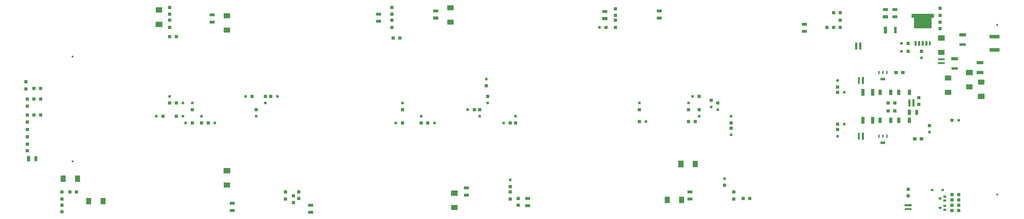
<source format=gtp>
*%FSLAX24Y24*%
*%MOIN*%
G01*
%ADD11C,0.0000*%
%ADD12C,0.0050*%
%ADD13C,0.0060*%
%ADD14C,0.0070*%
%ADD15C,0.0073*%
%ADD16C,0.0079*%
%ADD17C,0.0080*%
%ADD18C,0.0098*%
%ADD19C,0.0100*%
%ADD20C,0.0120*%
%ADD21C,0.0140*%
%ADD22C,0.0160*%
%ADD23C,0.0180*%
%ADD24C,0.0180*%
%ADD25C,0.0200*%
%ADD26C,0.0200*%
%ADD27C,0.0250*%
%ADD28C,0.0260*%
%ADD29C,0.0300*%
%ADD30C,0.0300*%
%ADD31C,0.0320*%
%ADD32C,0.0320*%
%ADD33C,0.0340*%
%ADD34C,0.0360*%
%ADD35C,0.0380*%
%ADD36C,0.0394*%
%ADD37C,0.0400*%
%ADD38C,0.0400*%
%ADD39C,0.0434*%
%ADD40C,0.0440*%
%ADD41C,0.0450*%
%ADD42C,0.0500*%
%ADD43C,0.0500*%
%ADD44C,0.0520*%
%ADD45C,0.0540*%
%ADD46C,0.0560*%
%ADD47O,0.0560X0.0850*%
%ADD48C,0.0580*%
%ADD49C,0.0600*%
%ADD50O,0.0600X0.0890*%
%ADD51C,0.0620*%
%ADD52C,0.0640*%
%ADD53C,0.0670*%
%ADD54C,0.0680*%
%ADD55C,0.0700*%
%ADD56C,0.0740*%
%ADD57C,0.0760*%
%ADD58C,0.0800*%
%ADD59C,0.0800*%
%ADD60C,0.0820*%
%ADD61C,0.0827*%
%ADD62C,0.0840*%
%ADD63C,0.0870*%
%ADD64C,0.0900*%
%ADD65C,0.1000*%
%ADD66C,0.1000*%
%ADD67C,0.1040*%
%ADD68C,0.1200*%
%ADD69C,0.1250*%
%ADD70C,0.1500*%
%ADD71C,0.1516*%
%ADD72C,0.1516*%
%ADD73C,0.2000*%
%ADD74C,0.2040*%
%ADD75C,0.2500*%
%ADD76R,0.0200X0.0200*%
%ADD77R,0.0200X0.0500*%
%ADD78R,0.0200X0.0650*%
%ADD79R,0.0200X0.1600*%
%ADD80R,0.0280X0.0600*%
%ADD81R,0.0300X0.0300*%
%ADD82R,0.0320X0.0640*%
%ADD83R,0.0350X0.0550*%
%ADD84R,0.0350X0.0800*%
%ADD85R,0.0360X0.0600*%
%ADD86R,0.0360X0.1300*%
%ADD87R,0.0400X0.0400*%
%ADD88R,0.0400X0.0640*%
%ADD89R,0.0400X0.1350*%
%ADD90R,0.0420X0.0850*%
%ADD91R,0.0440X0.1390*%
%ADD92R,0.0460X0.0890*%
%ADD93R,0.0500X0.0400*%
%ADD94R,0.0500X0.0500*%
%ADD95R,0.0500X0.0500*%
%ADD96R,0.0500X0.1200*%
%ADD97R,0.0540X0.0440*%
%ADD98R,0.0540X0.0540*%
%ADD99R,0.0540X0.0960*%
%ADD100R,0.0550X0.0650*%
%ADD101R,0.0551X0.0394*%
%ADD102R,0.0551X0.1417*%
%ADD103R,0.0560X0.0750*%
%ADD104R,0.0591X0.0984*%
%ADD105R,0.0591X0.0434*%
%ADD106R,0.0600X0.0600*%
%ADD107R,0.0600X0.0600*%
%ADD108R,0.0600X0.0790*%
%ADD109R,0.0600X0.1000*%
%ADD110R,0.0600X0.1250*%
%ADD111R,0.0631X0.1024*%
%ADD112R,0.0640X0.0640*%
%ADD113R,0.0640X0.1040*%
%ADD114R,0.0640X0.1290*%
%ADD115R,0.0700X0.0600*%
%ADD116R,0.0700X0.0700*%
%ADD117R,0.0700X0.0700*%
%ADD118R,0.0740X0.0640*%
%ADD119R,0.0740X0.0740*%
%ADD120R,0.0750X0.0750*%
%ADD121R,0.0790X0.0790*%
%ADD122R,0.0800X0.0800*%
%ADD123R,0.0800X0.0800*%
%ADD124R,0.0800X0.1250*%
%ADD125R,0.0840X0.0840*%
%ADD126R,0.0850X0.0500*%
%ADD127R,0.0890X0.0540*%
%ADD128R,0.0960X0.0540*%
%ADD129R,0.0960X0.1220*%
%ADD130R,0.1000X0.0600*%
%ADD131R,0.1000X0.1000*%
%ADD132R,0.1000X0.1250*%
%ADD133R,0.1040X0.0640*%
%ADD134R,0.1040X0.1040*%
%ADD135R,0.1040X0.1290*%
%ADD136R,0.1102X0.0394*%
%ADD137R,0.1200X0.0500*%
%ADD138R,0.1200X0.0950*%
%ADD139R,0.1200X0.1000*%
%ADD140R,0.1220X0.0960*%
%ADD141R,0.1250X0.0600*%
%ADD142R,0.1250X0.1000*%
%ADD143R,0.1290X0.0640*%
%ADD144R,0.1290X0.1040*%
%ADD145R,0.1300X0.0360*%
%ADD146R,0.1350X0.0400*%
%ADD147R,0.1390X0.0440*%
%ADD148R,0.1500X0.1500*%
%ADD149R,0.1540X0.1540*%
%ADD150R,0.1600X0.1600*%
%ADD151R,0.1700X0.1700*%
%ADD152R,0.1800X0.1800*%
%ADD153R,0.1900X0.0700*%
%ADD154R,0.1900X0.1900*%
%ADD155R,0.2000X0.0750*%
%ADD156R,0.2000X0.2000*%
%ADD157R,0.2040X0.0790*%
%ADD158R,0.2100X0.2100*%
%ADD159R,0.2200X0.2200*%
%ADD160R,0.2300X0.2300*%
%ADD161R,0.2400X0.1800*%
%ADD162R,0.2500X0.2500*%
D36*
X233390Y93810D02*
D03*
Y61810D02*
D03*
X59640Y87810D02*
D03*
Y68060D02*
D03*
D80*
X211140Y72810D02*
D03*
X212640D02*
D03*
X211140Y84810D02*
D03*
X212640D02*
D03*
D81*
X211890Y84710D02*
Y84910D01*
Y72910D02*
Y72710D01*
D84*
X218065Y90310D02*
D03*
X218715D02*
D03*
X220065D02*
D03*
X220715D02*
D03*
X219395D02*
D03*
D86*
X207640Y89810D02*
D03*
X206890D02*
D03*
X207390Y72810D02*
D03*
X208140D02*
D03*
X207390Y83310D02*
D03*
X208140D02*
D03*
X216890Y79060D02*
D03*
X217640D02*
D03*
D89*
X207640Y89810D02*
D03*
X206890D02*
D03*
X208140Y72810D02*
D03*
Y83310D02*
D03*
X216890Y79060D02*
D03*
X217640D02*
D03*
D90*
X218050Y90310D02*
D03*
X218720D02*
D03*
X219390D02*
D03*
X220060D02*
D03*
D93*
X223140Y62660D02*
D03*
X221140D02*
D03*
D94*
X77890Y80310D02*
D03*
Y79060D02*
D03*
X75390Y76560D02*
D03*
X76640D02*
D03*
X83890Y75310D02*
D03*
Y76560D02*
D03*
X86390Y75310D02*
D03*
X85140D02*
D03*
X80890D02*
D03*
X82140D02*
D03*
X79140Y76560D02*
D03*
X80390D02*
D03*
X79140Y79060D02*
D03*
X80390D02*
D03*
X82140Y77810D02*
D03*
Y79060D02*
D03*
X137390Y83560D02*
D03*
Y82310D02*
D03*
X140640Y75310D02*
D03*
X141890D02*
D03*
X142890D02*
D03*
Y76560D02*
D03*
X137640Y80310D02*
D03*
Y79060D02*
D03*
X133890Y77810D02*
D03*
X135140D02*
D03*
X136140D02*
D03*
Y76560D02*
D03*
X127640Y75310D02*
D03*
X126390D02*
D03*
X125140D02*
D03*
Y76560D02*
D03*
X120390Y75310D02*
D03*
X121640D02*
D03*
Y77810D02*
D03*
Y79060D02*
D03*
X119640Y97060D02*
D03*
Y95810D02*
D03*
X121140Y91310D02*
D03*
X119890D02*
D03*
X161640Y96810D02*
D03*
Y95560D02*
D03*
X158640Y93310D02*
D03*
X159890D02*
D03*
X167390Y75560D02*
D03*
X166140D02*
D03*
Y77810D02*
D03*
Y79060D02*
D03*
X176140Y80310D02*
D03*
X177390D02*
D03*
X175390Y77810D02*
D03*
Y79060D02*
D03*
X176640Y75560D02*
D03*
X175390D02*
D03*
X177390Y77810D02*
D03*
Y76560D02*
D03*
X179640Y79560D02*
D03*
Y78310D02*
D03*
X180890Y77810D02*
D03*
Y79060D02*
D03*
X183390Y73060D02*
D03*
Y74310D02*
D03*
Y75310D02*
D03*
Y76560D02*
D03*
X203890Y96060D02*
D03*
X202640D02*
D03*
Y93310D02*
D03*
X201390D02*
D03*
X203390Y82060D02*
D03*
Y83310D02*
D03*
X204640Y81060D02*
D03*
X203390D02*
D03*
X204640Y75060D02*
D03*
X203390D02*
D03*
Y74060D02*
D03*
Y72810D02*
D03*
X226140Y75810D02*
D03*
X224890D02*
D03*
X220640Y73560D02*
D03*
Y74810D02*
D03*
X218640Y80060D02*
D03*
Y78810D02*
D03*
X212890Y77560D02*
D03*
X214140D02*
D03*
X212890Y79060D02*
D03*
X214140D02*
D03*
X215390Y88810D02*
D03*
X216640D02*
D03*
X215390Y90310D02*
D03*
X216640D02*
D03*
X219140Y88810D02*
D03*
Y87560D02*
D03*
X222640Y94310D02*
D03*
Y93060D02*
D03*
X226140Y59810D02*
D03*
X224890D02*
D03*
Y58810D02*
D03*
X226140D02*
D03*
X224890Y61810D02*
D03*
X226140D02*
D03*
X224890Y60810D02*
D03*
X226140D02*
D03*
X185640Y61060D02*
D03*
X186890D02*
D03*
X182140Y64810D02*
D03*
Y63560D02*
D03*
X143390Y61060D02*
D03*
Y59810D02*
D03*
X141890Y63310D02*
D03*
Y64560D02*
D03*
X102140Y61060D02*
D03*
Y62310D02*
D03*
X101140Y61560D02*
D03*
Y60310D02*
D03*
X94140Y77810D02*
D03*
Y76560D02*
D03*
X95890Y80310D02*
D03*
Y79060D02*
D03*
X98140Y80310D02*
D03*
X96890D02*
D03*
X92140D02*
D03*
X93390D02*
D03*
X79140Y91560D02*
D03*
X77890D02*
D03*
Y95810D02*
D03*
Y97060D02*
D03*
X57640Y59810D02*
D03*
Y58560D02*
D03*
X59140Y62310D02*
D03*
X60390D02*
D03*
X51140Y70060D02*
D03*
Y71310D02*
D03*
X53640Y81810D02*
D03*
X52390D02*
D03*
X53640Y79810D02*
D03*
X52390D02*
D03*
X53640Y76810D02*
D03*
X52390D02*
D03*
D96*
X212390Y92810D02*
D03*
X214240D02*
D03*
X208140Y75810D02*
D03*
X209990D02*
D03*
X208140Y81060D02*
D03*
X209990D02*
D03*
D99*
X218240Y77310D02*
D03*
X216890D02*
D03*
X52740Y68560D02*
D03*
X51390D02*
D03*
D101*
X223506Y60686D02*
D03*
X222640Y61060D02*
D03*
X223506Y61434D02*
D03*
Y58936D02*
D03*
X222640Y59310D02*
D03*
X223506Y59684D02*
D03*
D104*
X216890Y81060D02*
D03*
X214890D02*
D03*
X216890Y75810D02*
D03*
X214890D02*
D03*
X213390D02*
D03*
X211390D02*
D03*
X213390Y81060D02*
D03*
X211390D02*
D03*
D106*
X77890Y79060D02*
D03*
X76640Y76560D02*
D03*
X83890Y75310D02*
D03*
X85140D02*
D03*
X82140D02*
D03*
X79140Y76560D02*
D03*
Y79060D02*
D03*
X82140Y77810D02*
D03*
X137390Y82310D02*
D03*
X141890Y75310D02*
D03*
X142890D02*
D03*
X137640Y80310D02*
D03*
X135140Y77810D02*
D03*
X136140D02*
D03*
X126390Y75310D02*
D03*
X125140D02*
D03*
X121640D02*
D03*
Y77810D02*
D03*
X119640Y95810D02*
D03*
Y97060D02*
D03*
X119890Y91310D02*
D03*
X121140D02*
D03*
X119640Y94660D02*
D03*
Y93310D02*
D03*
X161640Y95560D02*
D03*
Y96810D02*
D03*
X159890Y93310D02*
D03*
X161640Y94660D02*
D03*
Y93310D02*
D03*
X166140Y75560D02*
D03*
Y77810D02*
D03*
X177390Y80310D02*
D03*
X175390Y77810D02*
D03*
Y75560D02*
D03*
X176640D02*
D03*
X177390Y77810D02*
D03*
X179640Y79560D02*
D03*
X180890Y79060D02*
D03*
X183390Y74310D02*
D03*
Y75310D02*
D03*
X202640Y96060D02*
D03*
X203890D02*
D03*
X201390Y93310D02*
D03*
X202640D02*
D03*
X203890Y94660D02*
D03*
Y93310D02*
D03*
X203390Y82060D02*
D03*
Y81060D02*
D03*
Y75060D02*
D03*
Y74060D02*
D03*
X224890Y75810D02*
D03*
X220640Y74810D02*
D03*
X218640Y78810D02*
D03*
Y80060D02*
D03*
X214140Y77560D02*
D03*
X212890D02*
D03*
X214140Y79060D02*
D03*
X212890D02*
D03*
X216640Y88810D02*
D03*
Y90310D02*
D03*
X219140Y88810D02*
D03*
X222640Y96910D02*
D03*
Y95560D02*
D03*
Y93060D02*
D03*
Y94310D02*
D03*
X224890Y59810D02*
D03*
X226140D02*
D03*
Y58810D02*
D03*
X224890D02*
D03*
X226140Y61810D02*
D03*
X224890D02*
D03*
X226140Y60810D02*
D03*
X224890D02*
D03*
X216640Y62810D02*
D03*
Y61560D02*
D03*
X186890Y61060D02*
D03*
X185640D02*
D03*
X183890Y60960D02*
D03*
Y62310D02*
D03*
X182140Y63560D02*
D03*
X143390Y59810D02*
D03*
Y61060D02*
D03*
X141890Y63310D02*
D03*
Y60960D02*
D03*
Y62310D02*
D03*
X102140D02*
D03*
Y61060D02*
D03*
X101140Y60310D02*
D03*
Y61560D02*
D03*
X99640Y60960D02*
D03*
Y62310D02*
D03*
X94140Y77810D02*
D03*
X95890Y80310D02*
D03*
X96890D02*
D03*
X93390D02*
D03*
X77890Y91560D02*
D03*
X79140D02*
D03*
X77890Y94660D02*
D03*
Y93310D02*
D03*
Y97060D02*
D03*
Y95810D02*
D03*
X57640Y58560D02*
D03*
Y59810D02*
D03*
X60390Y62310D02*
D03*
X59140D02*
D03*
X57640Y60960D02*
D03*
Y62310D02*
D03*
X51140Y71310D02*
D03*
Y70060D02*
D03*
Y72710D02*
D03*
Y74060D02*
D03*
X50890Y81710D02*
D03*
Y83060D02*
D03*
X52390Y81810D02*
D03*
X53640D02*
D03*
X51140Y78460D02*
D03*
Y79810D02*
D03*
X52390D02*
D03*
X53640D02*
D03*
X52390Y76810D02*
D03*
X53640D02*
D03*
X51140Y75460D02*
D03*
Y76810D02*
D03*
D109*
X216890Y77310D02*
D03*
X51390Y68560D02*
D03*
D110*
X212390Y92810D02*
D03*
X209990Y75810D02*
D03*
X208140D02*
D03*
X209990Y81060D02*
D03*
X208140D02*
D03*
D115*
X219140Y72310D02*
D03*
X217890D02*
D03*
X215640Y84810D02*
D03*
X214390D02*
D03*
D120*
X217640Y95510D02*
X221140D01*
D126*
X211890Y71560D02*
D03*
Y83560D02*
D03*
D128*
X89640Y60160D02*
D03*
Y58810D02*
D03*
X117140Y94460D02*
D03*
Y95810D02*
D03*
X127890Y96410D02*
D03*
Y95060D02*
D03*
X169890Y96410D02*
D03*
Y95060D02*
D03*
X159640Y94960D02*
D03*
Y96310D02*
D03*
X214140Y96660D02*
D03*
Y95310D02*
D03*
X212390Y96660D02*
D03*
Y95310D02*
D03*
X197140Y93910D02*
D03*
Y92560D02*
D03*
X175640Y60960D02*
D03*
Y62310D02*
D03*
X145140Y59710D02*
D03*
Y61060D02*
D03*
X133640Y61710D02*
D03*
Y63060D02*
D03*
X104390Y58460D02*
D03*
Y59810D02*
D03*
X85890Y95660D02*
D03*
Y94310D02*
D03*
D129*
X173940Y67560D02*
D03*
X176640D02*
D03*
X174090Y60810D02*
D03*
X171390D02*
D03*
X62690Y60560D02*
D03*
X65390D02*
D03*
X60590Y64810D02*
D03*
X57890D02*
D03*
D130*
X127890Y95060D02*
D03*
X159640Y94960D02*
D03*
X212390Y95310D02*
D03*
D132*
X173940Y67560D02*
D03*
D137*
X225390Y85560D02*
D03*
Y87410D02*
D03*
X226890Y90060D02*
D03*
Y91910D02*
D03*
X230140Y84810D02*
D03*
Y86660D02*
D03*
D138*
X75890Y93835D02*
D03*
D139*
Y96610D02*
D03*
D140*
X88640Y63610D02*
D03*
Y66310D02*
D03*
X130640Y97010D02*
D03*
Y94310D02*
D03*
X224140Y83760D02*
D03*
Y81060D02*
D03*
X222890Y88610D02*
D03*
Y91310D02*
D03*
X228140Y82110D02*
D03*
Y84810D02*
D03*
X230390Y83010D02*
D03*
Y80310D02*
D03*
X131390Y59360D02*
D03*
Y62060D02*
D03*
X88640Y95510D02*
D03*
Y92810D02*
D03*
X75890Y93860D02*
D03*
Y96560D02*
D03*
D141*
X225390Y87410D02*
D03*
X226890Y91910D02*
D03*
X230140Y86660D02*
D03*
Y84810D02*
D03*
D142*
X88640Y66310D02*
D03*
X222890Y91310D02*
D03*
X228140Y84810D02*
D03*
X230390Y80310D02*
D03*
X131390Y62060D02*
D03*
X75890Y93860D02*
D03*
D145*
X222890Y86560D02*
D03*
Y87310D02*
D03*
X216640Y59810D02*
D03*
Y59060D02*
D03*
D146*
Y59810D02*
D03*
D153*
X232890Y89060D02*
D03*
Y91560D02*
D03*
D162*
X218990Y94385D02*
X219790D01*
Y94635D01*
X218990D01*
Y94385D01*
D02*
M02*

</source>
